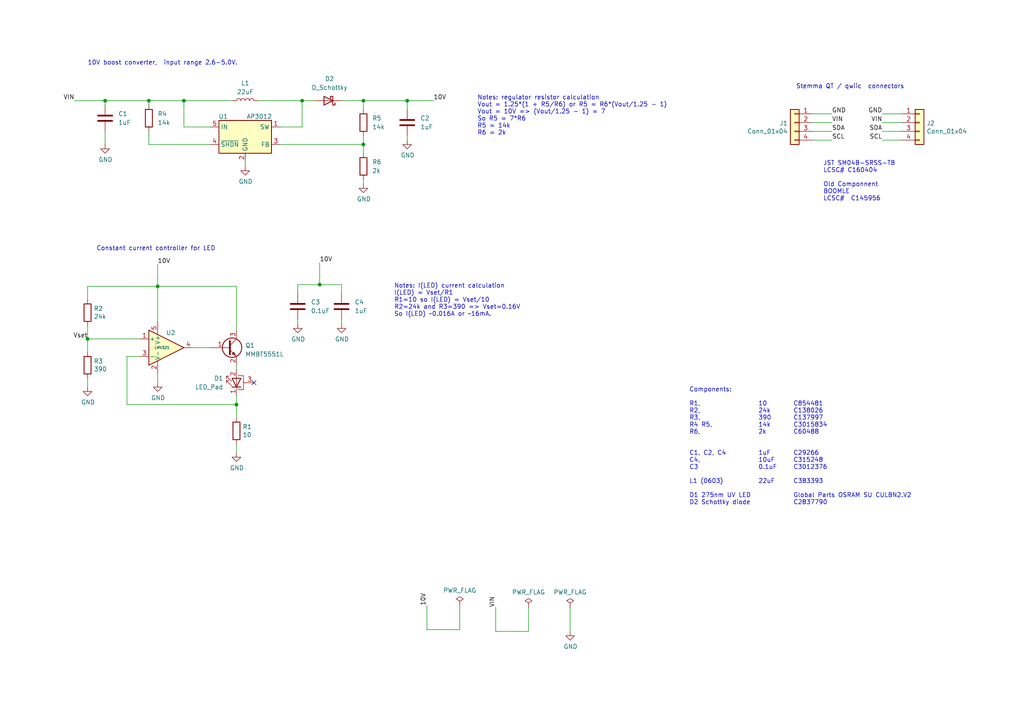
<source format=kicad_sch>
(kicad_sch (version 20230121) (generator eeschema)
  (paper "A4")
  (lib_symbols
    (symbol "Amplifier_Operational:LMV321" (pin_names (offset 0.127))
      (property "Reference" "U" (at 0 5.08 0))
      (property "Value" "LMV321" (at 0 -5.08 0))
      (symbol "LMV321_0_1"
        (polyline (pts (xy -5.08 5.08) (xy 5.08 0) (xy -5.08 -5.08) (xy -5.08 5.08)) (stroke (width 0.254)) (fill (type background)))
        (pin power_in line (at -2.54 -7.62 90) (length 3.81) (name "V-") (number "2"))
        (pin power_in line (at -2.54 7.62 270) (length 3.81) (name "V+") (number "5"))
      )
      (symbol "LMV321_1_1"
        (pin input line (at -7.62 2.54 0) (length 2.54) (name "+") (number "1"))
        (pin input line (at -7.62 -2.54 0) (length 2.54) (name "-") (number "3"))
        (pin output line (at 7.62 0 180) (length 2.54) (name "~") (number "4"))
      )
    )
    (symbol "Connector_Generic:Conn_01x04" (pin_names (offset 1.016) hide)
      (property "Reference" "J" (at 0 5.08 0))
      (property "Value" "Conn_01x04" (at 0 -7.62 0))
      (symbol "Conn_01x04_1_1"
        (rectangle (start -1.27 -4.953) (end 0 -5.207) (stroke (width 0.1524)))
        (rectangle (start -1.27 -2.413) (end 0 -2.667) (stroke (width 0.1524)))
        (rectangle (start -1.27 0.127) (end 0 -0.127) (stroke (width 0.1524)))
        (rectangle (start -1.27 2.667) (end 0 2.413) (stroke (width 0.1524)))
        (rectangle (start -1.27 3.81) (end 1.27 -6.35) (stroke (width 0.254)) (fill (type background)))
        (pin passive line (at -5.08 2.54 0) (length 3.81) (name "Pin_1") (number "1"))
        (pin passive line (at -5.08 0 0) (length 3.81) (name "Pin_2") (number "2"))
        (pin passive line (at -5.08 -2.54 0) (length 3.81) (name "Pin_3") (number "3"))
        (pin passive line (at -5.08 -5.08 0) (length 3.81) (name "Pin_4") (number "4"))
      )
    )
    (symbol "Device:C" (pin_numbers hide) (pin_names (offset 0.254))
      (property "Reference" "C" (at 0.635 2.54 0))
      (property "Value" "C" (at 0.635 -2.54 0))
      (symbol "C_0_1"
        (polyline (pts (xy -2.032 -0.762) (xy 2.032 -0.762)) (stroke (width 0.508)))
        (polyline (pts (xy -2.032 0.762) (xy 2.032 0.762)) (stroke (width 0.508)))
      )
      (symbol "C_1_1"
        (pin passive line (at 0 3.81 270) (length 2.794) (name "~") (number "1"))
        (pin passive line (at 0 -3.81 90) (length 2.794) (name "~") (number "2"))
      )
    )
    (symbol "Device:D_Schottky" (pin_numbers hide) (pin_names (offset 1.016) hide)
      (property "Reference" "D" (at 0 2.54 0))
      (property "Value" "D_Schottky" (at 0 -2.54 0))
      (symbol "D_Schottky_0_1"
        (polyline (pts (xy 1.27 0) (xy -1.27 0)))
        (polyline (pts (xy 1.27 1.27) (xy 1.27 -1.27) (xy -1.27 0) (xy 1.27 1.27)) (stroke (width 0.254)))
        (polyline (pts (xy -1.905 0.635) (xy -1.905 1.27) (xy -1.27 1.27) (xy -1.27 -1.27) (xy -0.635 -1.27) (xy -0.635 -0.635)) (stroke (width 0.254)))
      )
      (symbol "D_Schottky_1_1"
        (pin passive line (at -3.81 0 0) (length 2.54) (name "K") (number "1"))
        (pin passive line (at 3.81 0 180) (length 2.54) (name "A") (number "2"))
      )
    )
    (symbol "Device:L" (pin_numbers hide) (pin_names (offset 1.016) hide)
      (property "Reference" "L" (at -1.27 0 90))
      (property "Value" "L" (at 1.905 0 90))
      (symbol "L_0_1"
        (arc (start 0 -2.54) (mid 0.6323 -1.905) (end 0 -1.27))
        (arc (start 0 -1.27) (mid 0.6323 -0.635) (end 0 0))
        (arc (start 0 0) (mid 0.6323 0.635) (end 0 1.27))
        (arc (start 0 1.27) (mid 0.6323 1.905) (end 0 2.54))
      )
      (symbol "L_1_1"
        (pin passive line (at 0 3.81 270) (length 1.27) (name "1") (number "1"))
        (pin passive line (at 0 -3.81 90) (length 1.27) (name "2") (number "2"))
      )
    )
    (symbol "Device:LED_Pad" (pin_names (offset 1.016) hide)
      (property "Reference" "D" (at 0 5.715 0))
      (property "Value" "LED_Pad" (at 0 3.81 0))
      (symbol "LED_Pad_0_1"
        (polyline (pts (xy -1.27 -1.27) (xy -1.27 1.27)) (stroke (width 0.254)))
        (polyline (pts (xy -1.27 0) (xy 1.27 0)))
        (polyline (pts (xy 0 -2.54) (xy 0 -2.032)))
        (polyline (pts (xy -2.032 -0.508) (xy -2.032 -2.032) (xy 2.032 -2.032) (xy 2.032 -0.508)))
        (polyline (pts (xy 1.27 -1.27) (xy 1.27 1.27) (xy -1.27 0) (xy 1.27 -1.27)) (stroke (width 0.254)))
        (polyline (pts (xy -0.889 1.397) (xy 0.635 2.921) (xy -0.127 2.921) (xy 0.635 2.921) (xy 0.635 2.159)))
        (polyline (pts (xy 0.381 1.397) (xy 1.905 2.921) (xy 1.143 2.921) (xy 1.905 2.921) (xy 1.905 2.159)))
      )
      (symbol "LED_Pad_1_1"
        (pin passive line (at -3.81 0 0) (length 2.54) (name "K") (number "1"))
        (pin passive line (at 3.81 0 180) (length 2.54) (name "A") (number "2"))
        (pin passive line (at 0 -5.08 90) (length 2.54) (name "PAD") (number "3"))
      )
    )
    (symbol "Device:R" (pin_numbers hide) (pin_names (offset 0))
      (property "Reference" "R" (at 2.032 0 90))
      (property "Value" "R" (at 0 0 90))
      (symbol "R_0_1"
        (rectangle (start -1.016 -2.54) (end 1.016 2.54) (stroke (width 0.254)))
      )
      (symbol "R_1_1"
        (pin passive line (at 0 3.81 270) (length 1.27) (name "~") (number "1"))
        (pin passive line (at 0 -3.81 90) (length 1.27) (name "~") (number "2"))
      )
    )
    (symbol "Regulator_Switching:AP3012"
      (property "Reference" "U" (at -7.62 5.715 0))
      (property "Value" "AP3012" (at 0 5.715 0))
      (symbol "AP3012_0_1"
        (rectangle (start -7.62 4.445) (end 7.62 -5.08) (stroke (width 0.254)) (fill (type background)))
      )
      (symbol "AP3012_1_1"
        (pin passive line (at 10.16 2.54 180) (length 2.54) (name "SW") (number "1"))
        (pin power_in line (at 0 -7.62 90) (length 2.54) (name "GND") (number "2"))
        (pin input line (at 10.16 -2.54 180) (length 2.54) (name "FB") (number "3"))
        (pin input line (at -10.16 -2.54 0) (length 2.54) (name "~{SHDN}") (number "4"))
        (pin power_in line (at -10.16 2.54 0) (length 2.54) (name "IN") (number "5"))
      )
    )
    (symbol "Transistor_BJT:MMBT5551L" (pin_names (offset 0) hide)
      (property "Reference" "Q" (at 5.08 1.905 0))
      (property "Value" "MMBT5551L" (at 5.08 0 0))
      (symbol "MMBT5551L_0_1"
        (polyline (pts (xy 0.635 0.635) (xy 2.54 2.54)))
        (polyline (pts (xy 0.635 -0.635) (xy 2.54 -2.54) (xy 2.54 -2.54)))
        (polyline (pts (xy 0.635 1.905) (xy 0.635 -1.905) (xy 0.635 -1.905)) (stroke (width 0.508)))
        (polyline (pts (xy 1.27 -1.778) (xy 1.778 -1.27) (xy 2.286 -2.286) (xy 1.27 -1.778) (xy 1.27 -1.778)) (fill (type outline)))
        (circle (center 1.27 0) (radius 2.8194) (stroke (width 0.254)))
      )
      (symbol "MMBT5551L_1_1"
        (pin input line (at -5.08 0 0) (length 5.715) (name "B") (number "1"))
        (pin passive line (at 2.54 -5.08 90) (length 2.54) (name "E") (number "2"))
        (pin passive line (at 2.54 5.08 270) (length 2.54) (name "C") (number "3"))
      )
    )
    (symbol "power:GND" (power) (pin_names (offset 0))
      (property "Value" "GND" (at 0 -3.81 0))
      (symbol "GND_0_1"
        (polyline (pts (xy 0 0) (xy 0 -1.27) (xy 1.27 -1.27) (xy 0 -2.54) (xy -1.27 -1.27) (xy 0 -1.27)))
      )
      (symbol "GND_1_1"
        (pin power_in line (at 0 0 270) (length 0) hide (name "GND") (number "1"))
      )
    )
    (symbol "power:PWR_FLAG" (power) (pin_numbers hide) (pin_names (offset 0) hide)
      (property "Value" "PWR_FLAG" (at 0 3.81 0))
      (symbol "PWR_FLAG_0_0"
        (pin power_out line (at 0 0 90) (length 0) (name "pwr") (number "1"))
      )
      (symbol "PWR_FLAG_0_1"
        (polyline (pts (xy 0 0) (xy 0 1.27) (xy -1.016 1.905) (xy 0 2.54) (xy 1.016 1.905) (xy 0 1.27)))
      )
    )
  )
  (junction (at 45.72 83.058))
  (junction (at 68.58 117.348))
  (junction (at 43.18 29.21))
  (junction (at 87.63 29.21))
  (junction (at 92.71 82.55))
  (junction (at 53.34 29.21))
  (junction (at 105.41 29.21))
  (junction (at 30.48 29.21))
  (junction (at 105.41 41.91))
  (junction (at 25.4 98.298))
  (junction (at 118.11 29.21))
  (no_connect (at 73.66 110.998))
  (wire (pts (xy 53.34 29.21) (xy 67.31 29.21)))
  (wire (pts (xy 36.83 103.378) (xy 40.64 103.378)))
  (wire (pts (xy 92.71 76.2) (xy 92.71 82.55)))
  (wire (pts (xy 68.58 117.348) (xy 36.83 117.348)))
  (wire (pts (xy 235.585 35.56) (xy 241.3 35.56)))
  (wire (pts (xy 68.58 128.778) (xy 68.58 131.318)))
  (wire (pts (xy 261.62 38.1) (xy 255.905 38.1)))
  (wire (pts (xy 68.58 114.808) (xy 68.58 117.348)))
  (wire (pts (xy 118.11 39.37) (xy 118.11 40.64)))
  (wire (pts (xy 25.4 83.058) (xy 25.4 86.868)))
  (wire (pts (xy 133.35 175.641) (xy 133.35 182.626)))
  (wire (pts (xy 68.58 83.058) (xy 68.58 95.758)))
  (wire (pts (xy 25.4 98.298) (xy 25.4 94.488)))
  (wire (pts (xy 261.62 35.56) (xy 255.905 35.56)))
  (wire (pts (xy 235.585 33.02) (xy 241.3 33.02)))
  (wire (pts (xy 25.4 98.298) (xy 25.4 102.108)))
  (wire (pts (xy 45.72 108.458) (xy 45.72 110.998)))
  (wire (pts (xy 261.62 33.02) (xy 255.905 33.02)))
  (wire (pts (xy 43.18 29.21) (xy 53.34 29.21)))
  (wire (pts (xy 92.71 82.55) (xy 99.06 82.55)))
  (wire (pts (xy 87.63 36.83) (xy 81.28 36.83)))
  (wire (pts (xy 30.48 29.21) (xy 43.18 29.21)))
  (wire (pts (xy 153.289 183.134) (xy 143.764 183.134)))
  (wire (pts (xy 99.06 92.71) (xy 99.06 93.98)))
  (wire (pts (xy 45.72 83.058) (xy 45.72 93.218)))
  (wire (pts (xy 153.289 176.149) (xy 153.289 183.134)))
  (wire (pts (xy 43.18 30.48) (xy 43.18 29.21)))
  (wire (pts (xy 99.06 82.55) (xy 99.06 85.09)))
  (wire (pts (xy 86.36 92.71) (xy 86.36 93.98)))
  (wire (pts (xy 43.18 41.91) (xy 60.96 41.91)))
  (wire (pts (xy 81.28 41.91) (xy 105.41 41.91)))
  (wire (pts (xy 105.41 29.21) (xy 118.11 29.21)))
  (wire (pts (xy 261.62 40.64) (xy 255.905 40.64)))
  (wire (pts (xy 143.764 183.134) (xy 143.764 176.149)))
  (wire (pts (xy 25.4 109.728) (xy 25.4 112.268)))
  (wire (pts (xy 105.41 29.21) (xy 105.41 31.75)))
  (wire (pts (xy 68.58 105.918) (xy 68.58 107.188)))
  (wire (pts (xy 105.41 52.07) (xy 105.41 53.34)))
  (wire (pts (xy 105.41 39.37) (xy 105.41 41.91)))
  (wire (pts (xy 25.4 98.298) (xy 40.64 98.298)))
  (wire (pts (xy 45.72 83.058) (xy 25.4 83.058)))
  (wire (pts (xy 71.12 46.99) (xy 71.12 48.26)))
  (wire (pts (xy 43.18 38.1) (xy 43.18 41.91)))
  (wire (pts (xy 99.06 29.21) (xy 105.41 29.21)))
  (wire (pts (xy 30.48 38.1) (xy 30.48 41.91)))
  (wire (pts (xy 118.11 29.21) (xy 125.73 29.21)))
  (wire (pts (xy 133.35 182.626) (xy 123.825 182.626)))
  (wire (pts (xy 86.36 82.55) (xy 92.71 82.55)))
  (wire (pts (xy 45.72 83.058) (xy 68.58 83.058)))
  (wire (pts (xy 74.93 29.21) (xy 87.63 29.21)))
  (wire (pts (xy 118.11 29.21) (xy 118.11 31.75)))
  (wire (pts (xy 87.63 29.21) (xy 87.63 36.83)))
  (wire (pts (xy 123.825 182.626) (xy 123.825 175.641)))
  (wire (pts (xy 235.585 38.1) (xy 241.3 38.1)))
  (wire (pts (xy 60.96 36.83) (xy 53.34 36.83)))
  (wire (pts (xy 30.48 30.48) (xy 30.48 29.21)))
  (wire (pts (xy 165.354 176.149) (xy 165.354 183.134)))
  (wire (pts (xy 21.59 29.21) (xy 30.48 29.21)))
  (wire (pts (xy 105.41 41.91) (xy 105.41 44.45)))
  (wire (pts (xy 55.88 100.838) (xy 60.96 100.838)))
  (wire (pts (xy 87.63 29.21) (xy 91.44 29.21)))
  (wire (pts (xy 36.83 117.348) (xy 36.83 103.378)))
  (wire (pts (xy 45.72 76.708) (xy 45.72 83.058)))
  (wire (pts (xy 53.34 36.83) (xy 53.34 29.21)))
  (wire (pts (xy 86.36 85.09) (xy 86.36 82.55)))
  (wire (pts (xy 235.585 40.64) (xy 241.3 40.64)))
  (wire (pts (xy 68.58 117.348) (xy 68.58 121.158)))
  (text "JST SM04B-SRSS-TB\nLCSC# C160404\n\nOld Componnent\nBOOMLE\nLCSC#  C145956\n" (at 238.76 58.42 0) (effects (font (size 1.27 1.27)) (justify left bottom)))
  (text "Stemma QT / qwiic  connectors\n" (at 230.886 25.908 0) (effects (font (size 1.27 1.27)) (justify left bottom)))
  (text "Components:\n\nR1,				10		C854481\nR2,				24k		C138026\nR3,				390		C137997\nR4 R5,			14k		C3015834\nR6,				2k		C60488\n\n\nC1, C2, C4		1uF		C29266\nC4,				10uF	C315248\nC3				0.1uF	C3012376\n\nL1 (0603)		22uF	C383393\n\nD1 275nm UV LED			Global Parts OSRAM SU CULBN2.V2\nD2 Schottky diode 		C2837790\n" (at 199.898 146.558 0) (effects (font (size 1.27 1.27)) (justify left bottom)))
  (text "Constant current controller for LED" (at 27.94 72.898 0) (effects (font (size 1.27 1.27)) (justify left bottom)))
  (text "10V boost converter,  input range 2.6-5.0V. " (at 25.4 19.05 0) (effects (font (size 1.27 1.27)) (justify left bottom)))
  (text "Notes: regulator resistor calculation\nVout = 1.25*(1 + R5/R6) or R5 = R6*(Vout/1.25 - 1)\nVout = 10V => (Vout/1.25 - 1) = 7\nSo R5 = 7*R6\nR5 = 14k\nR6 = 2k\n" (at 138.43 39.37 0) (effects (font (size 1.27 1.27)) (justify left bottom)))
  (text "Notes: I(LED) current calculation\nI(LED) = Vset/R1\nR1=10 so I(LED) = Vset/10\nR2=24k and R3=390 => Vset=0.16V\nSo I(LED) ~0.016A or ~16mA. \n\n" (at 114.3 93.98 0) (effects (font (size 1.27 1.27)) (justify left bottom)))
  (label "SCL" (at 241.3 40.64 0))
  (label "SCL" (at 255.905 40.64 180))
  (label "Vset" (at 25.4 98.298 180))
  (label "SDA" (at 255.905 38.1 180))
  (label "VIN" (at 143.764 176.149 90))
  (label "10V" (at 45.72 76.708 0))
  (label "VIN" (at 21.59 29.21 180))
  (label "10V" (at 125.73 29.21 0))
  (label "10V" (at 92.71 76.2 0))
  (label "VIN" (at 255.905 35.56 180))
  (label "VIN" (at 241.3 35.56 0))
  (label "GND" (at 241.3 33.02 0))
  (label "GND" (at 255.905 33.02 180))
  (label "10V" (at 123.825 175.641 90))
  (label "SDA" (at 241.3 38.1 0))
  (symbol (lib_id "Connector_Generic:Conn_01x04") (at 230.505 35.56 0) (mirror y) (unit 1)
    (property "Reference" "J1" (at 228.473 35.7632 0) (effects (justify left)))
    (property "Value" "Conn_01x04" (at 228.473 38.0746 0) (effects (justify left)))
    (property "Footprint" "JST_SH_SM04B_custom:JST_SH_SM04B-SRSS-TB_1x04-1MP_P1.00mm_Horizontal" (effects hide))
  )
  (symbol (lib_id "Connector_Generic:Conn_01x04") (at 266.7 35.56 0) (unit 1)
    (property "Reference" "J2" (at 268.732 35.7632 0) (effects (justify left)))
    (property "Value" "Conn_01x04" (at 268.732 38.0746 0) (effects (justify left)))
    (property "Footprint" "JST_SH_SM04B_custom:JST_SH_SM04B-SRSS-TB_1x04-1MP_P1.00mm_Horizontal" (effects hide))
  )
  (symbol (lib_id "Device:R") (at 68.58 124.968 0) (unit 1)
    (property "Reference" "R1" (at 70.358 123.7996 0) (effects (justify left)))
    (property "Value" "10" (at 70.358 126.111 0) (effects (justify left)))
    (property "Footprint" "Resistor_SMD:R_0402_1005Metric" (effects hide))
  )
  (symbol (lib_id "power:GND") (at 68.58 131.318 0) (unit 1)
    (property "Reference" "#PWR08" (effects hide))
    (property "Value" "GND" (at 68.707 135.7122 0))
  )
  (symbol (lib_id "power:PWR_FLAG") (at 165.354 176.149 0) (unit 1)
    (property "Reference" "#FLG0101" (effects hide))
    (property "Value" "PWR_FLAG" (at 165.354 171.7548 0))
  )
  (symbol (lib_id "power:PWR_FLAG") (at 153.289 176.149 0) (unit 1)
    (property "Reference" "#FLG0102" (effects hide))
    (property "Value" "PWR_FLAG" (at 153.289 171.7548 0))
  )
  (symbol (lib_id "power:GND") (at 165.354 183.134 0) (unit 1)
    (property "Reference" "#PWR0101" (effects hide))
    (property "Value" "GND" (at 165.481 187.5282 0))
  )
  (symbol (lib_id "Device:C") (at 99.06 88.9 0) (unit 1)
    (property "Reference" "C4" (at 102.87 87.63 0) (effects (justify left)))
    (property "Value" "1uF" (at 102.87 90.17 0) (effects (justify left)))
    (property "Footprint" "Capacitor_SMD:C_0402_1005Metric" (effects hide))
  )
  (symbol (lib_id "Device:C") (at 86.36 88.9 0) (unit 1)
    (property "Reference" "C3" (at 90.17 87.63 0) (effects (justify left)))
    (property "Value" "0.1uF" (at 90.17 90.17 0) (effects (justify left)))
    (property "Footprint" "Capacitor_SMD:C_0402_1005Metric" (effects hide))
  )
  (symbol (lib_id "Device:R") (at 105.41 35.56 0) (unit 1)
    (property "Reference" "R5" (at 107.95 34.29 0) (effects (justify left)))
    (property "Value" "14k" (at 107.95 36.83 0) (effects (justify left)))
    (property "Footprint" "Resistor_SMD:R_0402_1005Metric" (effects hide))
  )
  (symbol (lib_id "power:GND") (at 99.06 93.98 0) (unit 1)
    (property "Reference" "#PWR06" (effects hide))
    (property "Value" "GND" (at 99.187 98.3742 0))
  )
  (symbol (lib_id "Device:LED_Pad") (at 68.58 110.998 90) (unit 1)
    (property "Reference" "D1" (at 64.77 109.728 90) (effects (justify left)))
    (property "Value" "LED_Pad" (at 64.77 112.268 90) (effects (justify left)))
    (property "Footprint" "LED_1414:LED_1414" (effects hide))
  )
  (symbol (lib_id "power:GND") (at 118.11 40.64 0) (unit 1)
    (property "Reference" "#PWR012" (effects hide))
    (property "Value" "GND" (at 118.237 45.0342 0))
  )
  (symbol (lib_id "power:GND") (at 30.48 41.91 0) (unit 1)
    (property "Reference" "#PWR02" (effects hide))
    (property "Value" "GND" (at 30.607 46.3042 0))
  )
  (symbol (lib_id "Device:R") (at 105.41 48.26 0) (unit 1)
    (property "Reference" "R6" (at 107.95 46.99 0) (effects (justify left)))
    (property "Value" "2k" (at 107.95 49.53 0) (effects (justify left)))
    (property "Footprint" "Resistor_SMD:R_0402_1005Metric" (effects hide))
  )
  (symbol (lib_id "power:GND") (at 45.72 110.998 0) (unit 1)
    (property "Reference" "#PWR04" (effects hide))
    (property "Value" "GND" (at 45.847 115.3922 0))
  )
  (symbol (lib_id "power:GND") (at 71.12 48.26 0) (unit 1)
    (property "Reference" "#PWR01" (effects hide))
    (property "Value" "GND" (at 71.247 52.6542 0))
  )
  (symbol (lib_id "Device:C") (at 30.48 34.29 180) (unit 1)
    (property "Reference" "C1" (at 34.29 33.02 0) (effects (justify right)))
    (property "Value" "1uF" (at 34.29 35.56 0) (effects (justify right)))
    (property "Footprint" "Capacitor_SMD:C_0402_1005Metric" (effects hide))
  )
  (symbol (lib_id "Device:R") (at 43.18 34.29 0) (unit 1)
    (property "Reference" "R4" (at 45.72 33.02 0) (effects (justify left)))
    (property "Value" "14k" (at 45.72 35.56 0) (effects (justify left)))
    (property "Footprint" "Resistor_SMD:R_0402_1005Metric" (effects hide))
  )
  (symbol (lib_id "power:PWR_FLAG") (at 133.35 175.641 0) (unit 1)
    (property "Reference" "#FLG01" (effects hide))
    (property "Value" "PWR_FLAG" (at 133.35 171.2468 0))
  )
  (symbol (lib_id "power:GND") (at 86.36 93.98 0) (unit 1)
    (property "Reference" "#PWR05" (effects hide))
    (property "Value" "GND" (at 86.487 98.3742 0))
  )
  (symbol (lib_id "Regulator_Switching:AP3012") (at 71.12 39.37 0) (unit 1)
    (property "Reference" "U1" (at 64.77 33.782 0))
    (property "Value" "AP3012" (at 75.184 33.782 0))
    (property "Footprint" "Package_TO_SOT_SMD:SOT-23-5" (effects hide))
    (property "Datasheet" "https://www.diodes.com/assets/Datasheets/AP3012.pdf" (effects hide))
  )
  (symbol (lib_id "power:GND") (at 25.4 112.268 0) (unit 1)
    (property "Reference" "#PWR07" (effects hide))
    (property "Value" "GND" (at 25.527 116.6622 0))
  )
  (symbol (lib_id "Device:C") (at 118.11 35.56 180) (unit 1)
    (property "Reference" "C2" (at 121.92 34.29 0) (effects (justify right)))
    (property "Value" "1uF" (at 121.92 36.83 0) (effects (justify right)))
    (property "Footprint" "Capacitor_SMD:C_0402_1005Metric" (effects hide))
  )
  (symbol (lib_id "Device:R") (at 25.4 90.678 0) (unit 1)
    (property "Reference" "R2" (at 27.178 89.5096 0) (effects (justify left)))
    (property "Value" "24k" (at 27.178 91.821 0) (effects (justify left)))
    (property "Footprint" "Resistor_SMD:R_0402_1005Metric" (effects hide))
  )
  (symbol (lib_id "Amplifier_Operational:LMV321") (at 48.26 100.838 0) (unit 1)
    (property "Reference" "U2" (at 49.53 96.52 0))
    (property "Value" "LMV321" (at 46.99 100.838 0) (effects (font (size 0.762 0.762))))
    (property "Footprint" "Package_TO_SOT_SMD:SOT-23-5" (effects hide))
    (property "Datasheet" "http://www.ti.com/lit/ds/symlink/lmv324.pdf" (effects hide))
  )
  (symbol (lib_id "Transistor_BJT:MMBT5551L") (at 66.04 100.838 0) (unit 1)
    (property "Reference" "Q1" (at 71.12 100.203 0) (effects (justify left)))
    (property "Value" "MMBT5551L" (at 71.12 102.743 0) (effects (justify left)))
    (property "Footprint" "Package_TO_SOT_SMD:SOT-23" (effects hide))
    (property "Datasheet" "www.onsemi.com/pub/Collateral/MMBT5550LT1-D.PDF" (effects hide))
  )
  (symbol (lib_id "power:GND") (at 105.41 53.34 0) (unit 1)
    (property "Reference" "#PWR03" (effects hide))
    (property "Value" "GND" (at 105.537 57.7342 0))
  )
  (symbol (lib_id "Device:D_Schottky") (at 95.25 29.21 180) (unit 1)
    (property "Reference" "D2" (at 95.5675 22.86 0))
    (property "Value" "D_Schottky" (at 95.5675 25.4 0))
    (property "Footprint" "Diode_SMD:D_0402_1005Metric" (effects hide))
  )
  (symbol (lib_id "Device:R") (at 25.4 105.918 0) (unit 1)
    (property "Reference" "R3" (at 27.178 104.7496 0) (effects (justify left)))
    (property "Value" "390" (at 27.178 107.061 0) (effects (justify left)))
    (property "Footprint" "Resistor_SMD:R_0402_1005Metric" (effects hide))
  )
  (symbol (lib_id "Device:L") (at 71.12 29.21 90) (unit 1)
    (property "Reference" "L1" (at 71.12 24.13 90))
    (property "Value" "22uF" (at 71.12 26.67 90))
    (property "Footprint" "Inductor_SMD:L_0603_1608Metric" (effects hide))
  )
)
</source>
